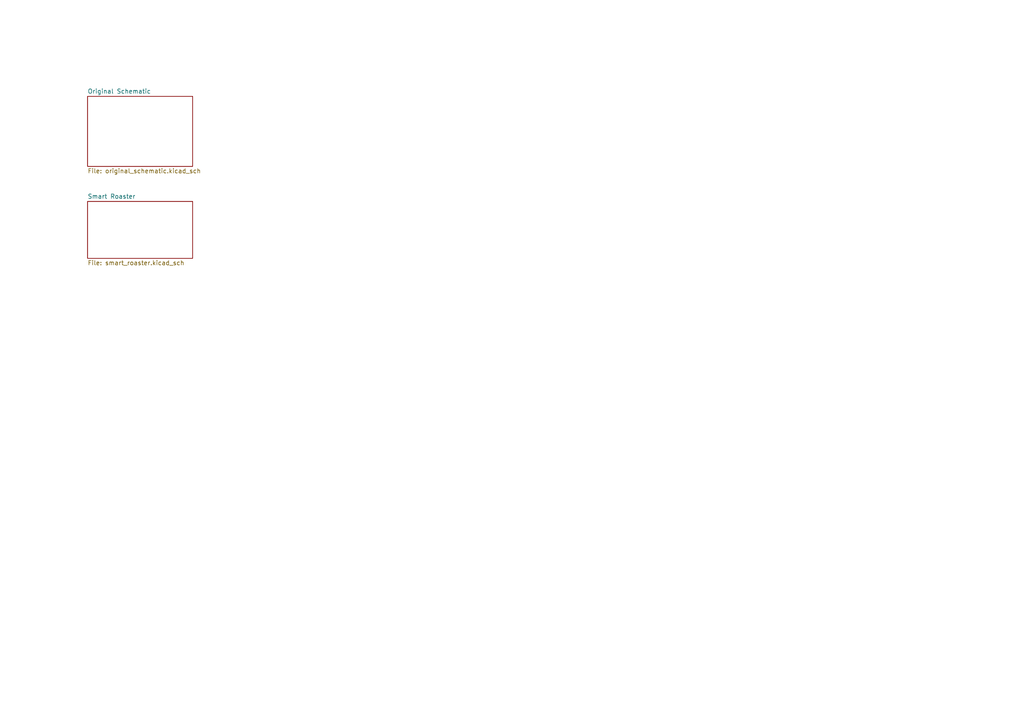
<source format=kicad_sch>
(kicad_sch
	(version 20250114)
	(generator "eeschema")
	(generator_version "9.0")
	(uuid "f13d4efa-dc59-401b-9c6f-44551c5b0a26")
	(paper "A4")
	(lib_symbols)
	(sheet
		(at 25.4 27.94)
		(size 30.48 20.32)
		(exclude_from_sim no)
		(in_bom yes)
		(on_board yes)
		(dnp no)
		(fields_autoplaced yes)
		(stroke
			(width 0.1524)
			(type solid)
		)
		(fill
			(color 0 0 0 0.0000)
		)
		(uuid "86964b02-8eb4-4886-b86a-92922a8b4821")
		(property "Sheetname" "Original Schematic"
			(at 25.4 27.2284 0)
			(effects
				(font
					(size 1.27 1.27)
				)
				(justify left bottom)
			)
		)
		(property "Sheetfile" "original_schematic.kicad_sch"
			(at 25.4 48.8446 0)
			(effects
				(font
					(size 1.27 1.27)
				)
				(justify left top)
			)
		)
		(instances
			(project "popcorn_roaster"
				(path "/f13d4efa-dc59-401b-9c6f-44551c5b0a26"
					(page "2")
				)
			)
		)
	)
	(sheet
		(at 25.4 58.42)
		(size 30.48 16.51)
		(exclude_from_sim no)
		(in_bom yes)
		(on_board yes)
		(dnp no)
		(fields_autoplaced yes)
		(stroke
			(width 0.1524)
			(type solid)
		)
		(fill
			(color 0 0 0 0.0000)
		)
		(uuid "eb92b9ad-8e80-443f-add9-2bb9a2358ed7")
		(property "Sheetname" "Smart Roaster"
			(at 25.4 57.7084 0)
			(effects
				(font
					(size 1.27 1.27)
				)
				(justify left bottom)
			)
		)
		(property "Sheetfile" "smart_roaster.kicad_sch"
			(at 25.4 75.5146 0)
			(effects
				(font
					(size 1.27 1.27)
				)
				(justify left top)
			)
		)
		(instances
			(project "popcorn_roaster"
				(path "/f13d4efa-dc59-401b-9c6f-44551c5b0a26"
					(page "3")
				)
			)
		)
	)
	(sheet_instances
		(path "/"
			(page "1")
		)
	)
	(embedded_fonts no)
)

</source>
